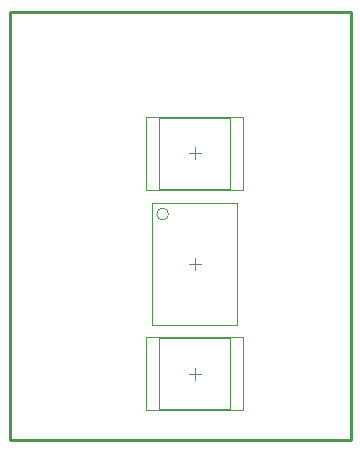
<source format=gm1>
G04*
G04 #@! TF.GenerationSoftware,Altium Limited,Altium Designer,21.2.2 (38)*
G04*
G04 Layer_Color=16711935*
%FSLAX25Y25*%
%MOIN*%
G70*
G04*
G04 #@! TF.SameCoordinates,E4463E13-6215-4CEB-9C32-E63C6DB71CC8*
G04*
G04*
G04 #@! TF.FilePolarity,Positive*
G04*
G01*
G75*
%ADD13C,0.01000*%
%ADD14C,0.00394*%
%ADD15C,0.00197*%
D13*
X285000Y300000D02*
X398500D01*
X285000Y442500D02*
X398500D01*
Y300000D02*
Y442500D01*
X285000Y300000D02*
Y442500D01*
Y300000D02*
X398500D01*
X285000Y442500D02*
X398500D01*
Y300000D02*
Y442500D01*
X285000Y300000D02*
Y442500D01*
D14*
X337839Y375232D02*
G03*
X337839Y375232I-1969J0D01*
G01*
X334709Y383709D02*
X358291D01*
Y407291D01*
X334709D02*
X358291D01*
X334709Y383709D02*
Y407291D01*
Y333791D02*
X358291D01*
X334709Y310209D02*
Y333791D01*
Y310209D02*
X358291D01*
Y333791D01*
X332327Y338224D02*
Y378776D01*
X360673Y338224D02*
Y378776D01*
X332327D02*
X360673D01*
X332327Y338224D02*
X360673D01*
X344531Y395500D02*
X348469D01*
X346500Y393532D02*
Y397469D01*
X344532Y322000D02*
X348469D01*
X346500Y320031D02*
Y323969D01*
X344532Y358500D02*
X348469D01*
X346500Y356532D02*
Y360469D01*
D15*
X330358Y383295D02*
X362642D01*
X330358D02*
Y407705D01*
X362642D01*
Y383295D02*
Y407705D01*
X330358Y334205D02*
X362642D01*
Y309795D02*
Y334205D01*
X330358Y309795D02*
X362642D01*
X330358D02*
Y334205D01*
M02*

</source>
